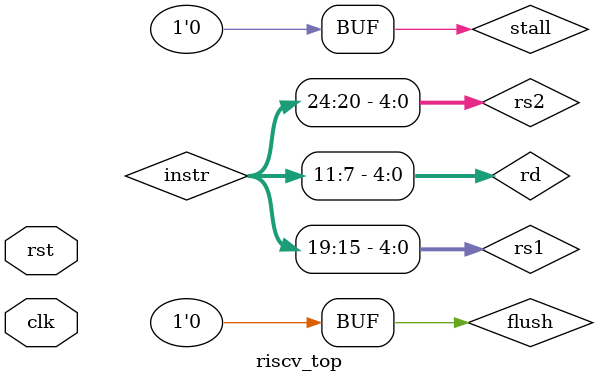
<source format=v>
module riscv_top #(
    parameter PIPELINE_MODE = 3  // 3 or 5
)(
    input clk,
    input rst
);

/* ================= COMMON WIRES ================= */
wire [31:0] pc, instr;
wire [31:0] rdata1, rdata2;
wire [31:0] alu_out_ex;
wire [31:0] mem_out;
wire [31:0] wb_data;

wire [31:0] mem_fwd;
wire [31:0] wb_fwd;

wire [4:0] rs1, rs2, rd;
wire [4:0] rd_ex;

/* ================= HAZARD SIGNALS ================= */
wire stall;
wire flush;
wire mem_read;
wire [1:0] forwardA, forwardB;

/* ================= IF STAGE ================= */
if_stage IF (
    .clk   (clk),
    .rst   (rst),
    .stall (stall),
    .flush (flush),
    .pc    (pc),
    .instr (instr)
);

generate

/* ================================================= */
/* ===================== 3 STAGE =================== */
/* ================================================= */
if (PIPELINE_MODE == 3) begin

    /* ---------- DECODE ---------- */
    assign rs1 = instr[19:15];
    assign rs2 = instr[24:20];
    assign rd  = instr[11:7];

    /* ---------- REGISTER FILE ---------- */
    reg_file RF (
        .clk (clk),
        .rst (rst),
        .we  (1'b1),
        .rs1 (rs1),
        .rs2 (rs2),
        .rd  (rd),
        .wd  (wb_data),
        .rd1 (rdata1),
        .rd2 (rdata2)
    );

    /* ---------- EXECUTE ---------- */
    ex_stage EX (
        .a        (rdata1),
        .b        (rdata2),
        .mem_fwd  (32'b0),
        .wb_fwd   (32'b0),
        .forwardA (2'b00),
        .forwardB (2'b00),
        .is_load  (1'b0),
        .rd_in    (rd),
        .alu_out  (alu_out_ex),
        .mem_read (),
        .rd_ex    ()
    );

    /* ---------- WRITE BACK ---------- */
    wb_stage WB (
        .in_data (alu_out_ex),
        .wb_data (wb_data),
        .wb_fwd  ()
    );

    /* ---------- NO HAZARDS ---------- */
    assign stall = 1'b0;
    assign flush = 1'b0;

end

/* ================================================= */
/* ===================== 5 STAGE =================== */
/* ================================================= */
else begin

    /* ---------- ID STAGE (Hazard Detect) ---------- */
    id_stage ID (
        .instr       (instr),
        .ex_mem_read (mem_read),
        .ex_rd       (rd_ex),
        .rs1         (rs1),
        .rs2         (rs2),
        .rd          (rd),
        .stall       (stall)
    );

    /* ---------- REGISTER FILE ---------- */
    reg_file RF (
        .clk (clk),
        .rst (rst),
        .we  (1'b1),
        .rs1 (rs1),
        .rs2 (rs2),
        .rd  (rd),
        .wd  (wb_data),
        .rd1 (rdata1),
        .rd2 (rdata2)
    );

    /* ---------- FORWARDING LOGIC ---------- */
    assign forwardA =
        (rd_ex != 0 && rd_ex == rs1) ? 2'b10 : 2'b00;

    assign forwardB =
        (rd_ex != 0 && rd_ex == rs2) ? 2'b10 : 2'b00;

    /* ---------- EX STAGE ---------- */
    ex_stage EX (
        .a        (rdata1),
        .b        (rdata2),
        .mem_fwd  (mem_fwd),
        .wb_fwd   (wb_fwd),
        .forwardA (forwardA),
        .forwardB (forwardB),
        .is_load  (instr[6:0] == 7'b0000011), // REAL load decode
        .rd_in    (rd),
        .alu_out  (alu_out_ex),
        .mem_read (mem_read),
        .rd_ex    (rd_ex)
    );

    /* ---------- MEM STAGE ---------- */
    mem_stage MEM (
        .clk      (clk),
        .alu_in   (alu_out_ex),
        .mem_read (mem_read),
        .mem_out  (mem_out),
        .mem_fwd  (mem_fwd)
    );

    /* ---------- WB STAGE ---------- */
    wb_stage WB (
        .in_data (mem_out),
        .wb_data (wb_data),
        .wb_fwd  (wb_fwd)
    );

    /* ---------- NO BRANCH FLUSH YET ---------- */
    assign flush = 1'b0;

end

endgenerate

endmodule

</source>
